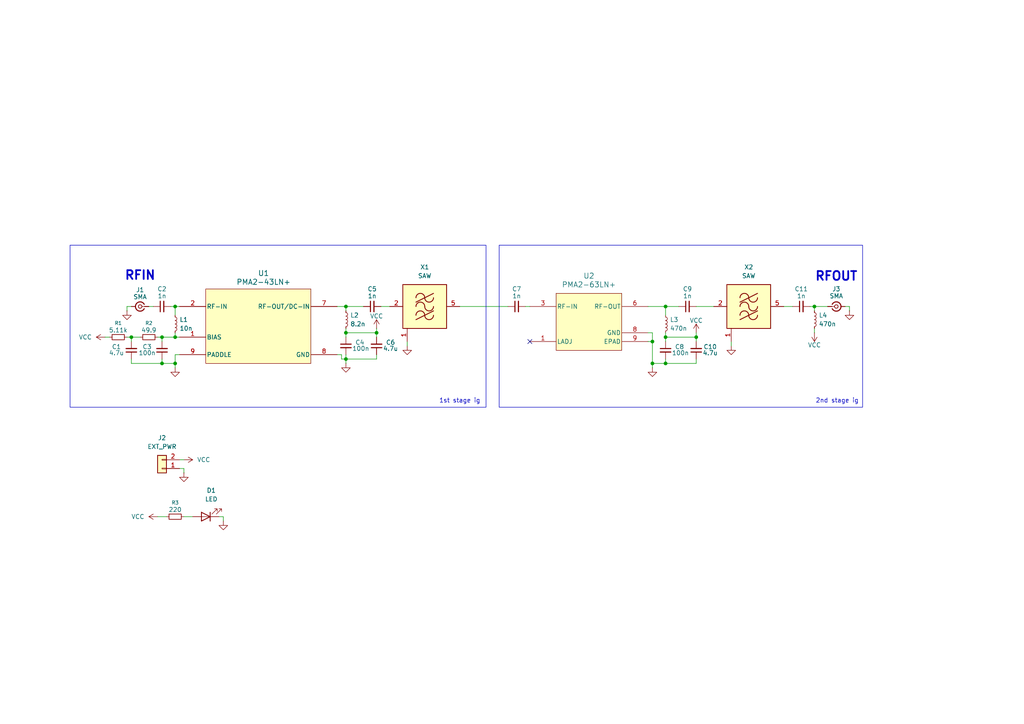
<source format=kicad_sch>
(kicad_sch (version 20250114) (generator "eeschema") (generator_version "9.0")
  (paper "A4")
  (lib_symbols
    (symbol "Connector:Conn_Coaxial_Small" (pin_numbers (hide yes)) (pin_names (offset 1.016) (hide yes))
      (property "Reference" "J" (at 0.254 3.048 0))
      (property "Value" "Conn_Coaxial_Small" (at 0 -3.81 0))
      (symbol "Conn_Coaxial_Small_0_1"
        (polyline (pts (xy -2.54 0) (xy -0.508 0)))
        (circle (center 0 0) (radius 0.508) (stroke (width 0.2032)))
      )
      (symbol "Conn_Coaxial_Small_1_1"
        (arc (start 1.3484 0.0039) (mid 0.327 -1.308) (end -1.1916 -0.6311) (stroke (width 0.3048)))
        (arc (start -1.1916 0.6311) (mid 0.327 1.3081) (end 1.3484 -0.0039) (stroke (width 0.3048)))
        (pin passive line (at -2.54 0 0) (length 1.27) (name "In") (number "1"))
        (pin passive line (at 2.54 0 180) (length 1.27) (name "Ext") (number "2"))
      )
    )
    (symbol "Connector_Generic:Conn_01x02" (pin_names (offset 1.016) (hide yes))
      (property "Reference" "J" (at 0 2.54 0))
      (property "Value" "Conn_01x02" (at 0 -5.08 0))
      (symbol "Conn_01x02_1_1"
        (rectangle (start -1.27 1.27) (end 1.27 -3.81) (stroke (width 0.254)) (fill (type background)))
        (rectangle (start -1.27 0.127) (end 0 -0.127) (stroke (width 0.1524)))
        (rectangle (start -1.27 -2.413) (end 0 -2.667) (stroke (width 0.1524)))
        (pin passive line (at -5.08 0 0) (length 3.81) (name "Pin_1") (number "1"))
        (pin passive line (at -5.08 -2.54 0) (length 3.81) (name "Pin_2") (number "2"))
      )
    )
    (symbol "Device:C_Small" (pin_numbers (hide yes)) (pin_names (offset 0.254) (hide yes))
      (property "Reference" "C" (at 0.254 1.778 0))
      (property "Value" "C_Small" (at 0.254 -2.032 0))
      (symbol "C_Small_0_1"
        (polyline (pts (xy -1.524 0.508) (xy 1.524 0.508)) (stroke (width 0.3048)))
        (polyline (pts (xy -1.524 -0.508) (xy 1.524 -0.508)) (stroke (width 0.3302)))
      )
      (symbol "C_Small_1_1"
        (pin passive line (at 0 2.54 270) (length 2.032) (name "~") (number "1"))
        (pin passive line (at 0 -2.54 90) (length 2.032) (name "~") (number "2"))
      )
    )
    (symbol "Device:LED" (pin_numbers (hide yes)) (pin_names (offset 1.016) (hide yes))
      (property "Reference" "D" (at 0 2.54 0))
      (property "Value" "LED" (at 0 -2.54 0))
      (symbol "LED_0_1"
        (polyline (pts (xy -3.048 -0.762) (xy -4.572 -2.286) (xy -3.81 -2.286) (xy -4.572 -2.286) (xy -4.572 -1.524)))
        (polyline (pts (xy -1.778 -0.762) (xy -3.302 -2.286) (xy -2.54 -2.286) (xy -3.302 -2.286) (xy -3.302 -1.524)))
        (polyline (pts (xy -1.27 0) (xy 1.27 0)))
        (polyline (pts (xy -1.27 -1.27) (xy -1.27 1.27)) (stroke (width 0.254)))
        (polyline (pts (xy 1.27 -1.27) (xy 1.27 1.27) (xy -1.27 0) (xy 1.27 -1.27)) (stroke (width 0.254)))
      )
      (symbol "LED_1_1"
        (pin passive line (at -3.81 0 0) (length 2.54) (name "K") (number "1"))
        (pin passive line (at 3.81 0 180) (length 2.54) (name "A") (number "2"))
      )
    )
    (symbol "Device:L_Small" (pin_numbers (hide yes)) (pin_names (offset 0.254) (hide yes))
      (property "Reference" "L" (at 0.762 1.016 0))
      (property "Value" "L_Small" (at 0.762 -1.016 0))
      (symbol "L_Small_0_1"
        (arc (start 0 2.032) (mid 0.5058 1.524) (end 0 1.016))
        (arc (start 0 1.016) (mid 0.5058 0.508) (end 0 0))
        (arc (start 0 0) (mid 0.5058 -0.508) (end 0 -1.016))
        (arc (start 0 -1.016) (mid 0.5058 -1.524) (end 0 -2.032))
      )
      (symbol "L_Small_1_1"
        (pin passive line (at 0 2.54 270) (length 0.508) (name "~") (number "1"))
        (pin passive line (at 0 -2.54 90) (length 0.508) (name "~") (number "2"))
      )
    )
    (symbol "Device:R_Small" (pin_numbers (hide yes)) (pin_names (offset 0.254) (hide yes))
      (property "Reference" "R" (at 0 0 90))
      (property "Value" "R_Small" (at 1.778 0 90))
      (symbol "R_Small_0_1"
        (rectangle (start -0.762 1.778) (end 0.762 -1.778) (stroke (width 0.2032)))
      )
      (symbol "R_Small_1_1"
        (pin passive line (at 0 2.54 270) (length 0.762) (name "~") (number "1"))
        (pin passive line (at 0 -2.54 90) (length 0.762) (name "~") (number "2"))
      )
    )
    (symbol "PMA2-43LN+:PMA2-43LN+" (pin_names (offset 0.254))
      (property "Reference" "U" (at 23.622 9.652 0))
      (property "Value" "PMA2-43LN+" (at 23.622 7.112 0))
      (symbol "PMA2-43LN+_0_1"
        (pin input line (at 0 0 0) (length 7.62) (name "RF-IN") (number "2"))
        (pin power_in line (at 0 -8.89 0) (length 7.62) (name "BIAS") (number "1"))
        (pin power_out line (at 0 -13.97 0) (length 7.62) (name "PADDLE") (number "9"))
        (pin bidirectional line (at 45.72 0 180) (length 7.62) (name "RF-OUT/DC-IN") (number "7"))
      )
      (symbol "PMA2-43LN+_1_1"
        (rectangle (start 7.62 5.08) (end 38.1 -16.51) (fill (type background)))
        (pin power_out line (at 45.72 -13.97 180) (length 7.62) (hide yes) (name "GND") (number "3"))
        (pin power_out line (at 45.72 -13.97 180) (length 7.62) (hide yes) (name "GND") (number "4"))
        (pin power_out line (at 45.72 -13.97 180) (length 7.62) (hide yes) (name "GND") (number "5"))
        (pin power_out line (at 45.72 -13.97 180) (length 7.62) (hide yes) (name "GND") (number "6"))
        (pin power_out line (at 45.72 -13.97 180) (length 7.62) (name "GND") (number "8"))
      )
    )
    (symbol "PMA2-63LN+:PMA2-63LN+" (pin_names (offset 0.254))
      (property "Reference" "U" (at 0 13.97 0))
      (property "Value" "PMA2-63LN+" (at 0 11.43 0))
      (symbol "PMA2-63LN+_0_1"
        (pin input line (at -16.51 5.08 0) (length 7.62) (name "RF-IN") (number "3"))
        (pin bidirectional line (at -16.51 -5.08 0) (length 7.62) (name "LADJ") (number "1"))
        (pin output line (at 17.78 5.08 180) (length 7.62) (name "RF-OUT") (number "6"))
        (pin power_out line (at 17.78 -5.08 180) (length 7.62) (name "EPAD") (number "9"))
      )
      (symbol "PMA2-63LN+_1_1"
        (rectangle (start -8.89 8.89) (end 10.16 -7.62) (fill (type background)))
        (pin power_out line (at 17.78 -2.54 180) (length 7.62) (hide yes) (name "GND") (number "2"))
        (pin power_out line (at 17.78 -2.54 180) (length 7.62) (hide yes) (name "GND") (number "4"))
        (pin power_out line (at 17.78 -2.54 180) (length 7.62) (hide yes) (name "GND") (number "5"))
        (pin power_out line (at 17.78 -2.54 180) (length 7.62) (hide yes) (name "GND") (number "7"))
        (pin power_out line (at 17.78 -2.54 180) (length 7.62) (name "GND") (number "8"))
      )
    )
    (symbol "RF_Filter:TA0970B" (pin_names (hide yes))
      (property "Reference" "X" (at -5.08 10.16 0))
      (property "Value" "TA0970B" (at -1.27 7.62 0))
      (symbol "TA0970B_1_1"
        (rectangle (start -6.35 6.35) (end 6.35 -6.35) (stroke (width 0.254)) (fill (type background)))
        (polyline (pts (xy -2.54 1.27) (xy 2.54 3.81)) (stroke (width 0.254)))
        (polyline (pts (xy -2.54 -3.81) (xy 2.54 -1.27)) (stroke (width 0.254)))
        (arc (start -2.54 2.54) (mid -1.27 3.8045) (end 0 2.54) (stroke (width 0.254)))
        (arc (start -2.54 0) (mid -1.27 1.2645) (end 0 0) (stroke (width 0.254)))
        (arc (start -2.54 -2.54) (mid -1.27 -1.2755) (end 0 -2.54) (stroke (width 0.254)))
        (arc (start 2.54 2.54) (mid 1.27 1.2755) (end 0 2.54) (stroke (width 0.254)))
        (arc (start 2.54 0) (mid 1.27 -1.2645) (end 0 0) (stroke (width 0.254)))
        (arc (start 2.54 -2.54) (mid 1.27 -3.8045) (end 0 -2.54) (stroke (width 0.254)))
        (pin input line (at -10.16 0 0) (length 3.81) (name "IN") (number "2"))
        (pin power_in line (at -5.08 -10.16 90) (length 3.81) (name "GND") (number "1"))
        (pin passive line (at -5.08 -10.16 90) (length 3.81) (hide yes) (name "GND") (number "3"))
        (pin passive line (at -5.08 -10.16 90) (length 3.81) (hide yes) (name "GND") (number "4"))
        (pin passive line (at -5.08 -10.16 90) (length 3.81) (hide yes) (name "GND") (number "6"))
        (pin output line (at 10.16 0 180) (length 3.81) (name "OUT") (number "5"))
      )
    )
    (symbol "power:GND" (power) (pin_numbers (hide yes)) (pin_names (offset 0) (hide yes))
      (property "Value" "GND" (at 0 -3.81 0))
      (symbol "GND_0_1"
        (polyline (pts (xy 0 0) (xy 0 -1.27) (xy 1.27 -1.27) (xy 0 -2.54) (xy -1.27 -1.27) (xy 0 -1.27)))
      )
      (symbol "GND_1_1"
        (pin power_in line (at 0 0 270) (length 0) (name "~") (number "1"))
      )
    )
    (symbol "power:VCC" (power) (pin_numbers (hide yes)) (pin_names (offset 0) (hide yes))
      (property "Value" "VCC" (at 0 3.556 0))
      (symbol "VCC_0_1"
        (polyline (pts (xy -0.762 1.27) (xy 0 2.54)))
        (polyline (pts (xy 0 2.54) (xy 0.762 1.27)))
        (polyline (pts (xy 0 0) (xy 0 2.54)))
      )
      (symbol "VCC_1_1"
        (pin power_in line (at 0 0 90) (length 0) (name "~") (number "1"))
      )
    )
  )
  (rectangle (start 20.32 71.12) (end 140.97 118.11))
  (rectangle (start 144.78 71.12) (end 250.19 118.11))
  (text "RFOUT" (at 242.57 80.264 0) (effects (font (size 2.54 2.54) (thickness 0.508) (bold yes))))
  (text "1st stage ig\n" (at 133.35 116.332 0) (effects (font (size 1.27 1.27))))
  (text "RFIN" (at 40.64 80.01 0) (effects (font (size 2.54 2.54) (thickness 0.508) (bold yes))))
  (text "2nd stage ig\n" (at 242.824 116.332 0) (effects (font (size 1.27 1.27))))
  (junction (at 109.22 96.52))
  (junction (at 193.04 97.79))
  (junction (at 50.8 88.9))
  (junction (at 189.23 105.41))
  (junction (at 201.93 97.79))
  (junction (at 100.33 88.9))
  (junction (at 46.99 105.41))
  (junction (at 193.04 88.9))
  (junction (at 189.23 99.06))
  (junction (at 193.04 105.41))
  (junction (at 100.33 104.14))
  (junction (at 46.99 97.79))
  (junction (at 38.1 97.79))
  (junction (at 50.8 105.41))
  (junction (at 100.33 96.52))
  (junction (at 50.8 97.79))
  (junction (at 236.22 88.9))
  (no_connect (at 153.67 99.06))
  (wire (pts (xy 52.07 133.35) (xy 53.34 133.35)))
  (wire (pts (xy 38.1 104.14) (xy 38.1 105.41)))
  (wire (pts (xy 52.07 97.79) (xy 50.8 97.79)))
  (wire (pts (xy 49.53 88.9) (xy 50.8 88.9)))
  (wire (pts (xy 193.04 97.79) (xy 193.04 99.06)))
  (wire (pts (xy 100.33 96.52) (xy 100.33 97.79)))
  (wire (pts (xy 193.04 97.79) (xy 193.04 96.52)))
  (wire (pts (xy 45.72 149.86) (xy 48.26 149.86)))
  (wire (pts (xy 50.8 106.68) (xy 50.8 105.41)))
  (wire (pts (xy 236.22 88.9) (xy 240.03 88.9)))
  (wire (pts (xy 236.22 90.17) (xy 236.22 88.9)))
  (wire (pts (xy 30.48 97.79) (xy 31.75 97.79)))
  (wire (pts (xy 100.33 102.87) (xy 100.33 104.14)))
  (wire (pts (xy 110.49 88.9) (xy 113.03 88.9)))
  (wire (pts (xy 38.1 97.79) (xy 40.64 97.79)))
  (wire (pts (xy 227.33 88.9) (xy 229.87 88.9)))
  (wire (pts (xy 246.38 90.17) (xy 246.38 88.9)))
  (wire (pts (xy 133.35 88.9) (xy 147.32 88.9)))
  (wire (pts (xy 246.38 88.9) (xy 245.11 88.9)))
  (wire (pts (xy 46.99 105.41) (xy 50.8 105.41)))
  (wire (pts (xy 118.11 99.06) (xy 118.11 100.33)))
  (wire (pts (xy 99.06 104.14) (xy 99.06 102.87)))
  (wire (pts (xy 50.8 88.9) (xy 52.07 88.9)))
  (wire (pts (xy 46.99 97.79) (xy 46.99 99.06)))
  (wire (pts (xy 50.8 102.87) (xy 50.8 105.41)))
  (wire (pts (xy 100.33 90.17) (xy 100.33 88.9)))
  (wire (pts (xy 109.22 96.52) (xy 100.33 96.52)))
  (wire (pts (xy 193.04 88.9) (xy 196.85 88.9)))
  (wire (pts (xy 109.22 102.87) (xy 109.22 104.14)))
  (wire (pts (xy 50.8 97.79) (xy 50.8 96.52)))
  (wire (pts (xy 97.79 88.9) (xy 100.33 88.9)))
  (wire (pts (xy 53.34 135.89) (xy 52.07 135.89)))
  (wire (pts (xy 64.77 149.86) (xy 63.5 149.86)))
  (wire (pts (xy 193.04 91.44) (xy 193.04 88.9)))
  (wire (pts (xy 189.23 105.41) (xy 189.23 99.06)))
  (wire (pts (xy 212.09 99.06) (xy 212.09 100.33)))
  (wire (pts (xy 189.23 96.52) (xy 187.96 96.52)))
  (wire (pts (xy 189.23 105.41) (xy 193.04 105.41)))
  (wire (pts (xy 193.04 104.14) (xy 193.04 105.41)))
  (wire (pts (xy 45.72 97.79) (xy 46.99 97.79)))
  (wire (pts (xy 100.33 95.25) (xy 100.33 96.52)))
  (wire (pts (xy 109.22 97.79) (xy 109.22 96.52)))
  (wire (pts (xy 152.4 88.9) (xy 153.67 88.9)))
  (wire (pts (xy 201.93 105.41) (xy 193.04 105.41)))
  (wire (pts (xy 36.83 88.9) (xy 38.1 88.9)))
  (wire (pts (xy 109.22 104.14) (xy 100.33 104.14)))
  (wire (pts (xy 36.83 97.79) (xy 38.1 97.79)))
  (wire (pts (xy 201.93 99.06) (xy 201.93 97.79)))
  (wire (pts (xy 100.33 88.9) (xy 105.41 88.9)))
  (wire (pts (xy 38.1 105.41) (xy 46.99 105.41)))
  (wire (pts (xy 201.93 96.52) (xy 201.93 97.79)))
  (wire (pts (xy 236.22 95.25) (xy 236.22 96.52)))
  (wire (pts (xy 53.34 149.86) (xy 55.88 149.86)))
  (wire (pts (xy 43.18 88.9) (xy 44.45 88.9)))
  (wire (pts (xy 109.22 95.25) (xy 109.22 96.52)))
  (wire (pts (xy 38.1 99.06) (xy 38.1 97.79)))
  (wire (pts (xy 236.22 88.9) (xy 234.95 88.9)))
  (wire (pts (xy 50.8 88.9) (xy 50.8 91.44)))
  (wire (pts (xy 189.23 106.68) (xy 189.23 105.41)))
  (wire (pts (xy 100.33 104.14) (xy 99.06 104.14)))
  (wire (pts (xy 36.83 90.17) (xy 36.83 88.9)))
  (wire (pts (xy 64.77 151.13) (xy 64.77 149.86)))
  (wire (pts (xy 53.34 137.16) (xy 53.34 135.89)))
  (wire (pts (xy 50.8 102.87) (xy 52.07 102.87)))
  (wire (pts (xy 187.96 88.9) (xy 193.04 88.9)))
  (wire (pts (xy 99.06 102.87) (xy 97.79 102.87)))
  (wire (pts (xy 201.93 88.9) (xy 207.01 88.9)))
  (wire (pts (xy 189.23 99.06) (xy 189.23 96.52)))
  (wire (pts (xy 201.93 104.14) (xy 201.93 105.41)))
  (wire (pts (xy 100.33 105.41) (xy 100.33 104.14)))
  (wire (pts (xy 46.99 105.41) (xy 46.99 104.14)))
  (wire (pts (xy 201.93 97.79) (xy 193.04 97.79)))
  (wire (pts (xy 46.99 97.79) (xy 50.8 97.79)))
  (wire (pts (xy 187.96 99.06) (xy 189.23 99.06)))
  (symbol (lib_id "Connector_Generic:Conn_01x02") (at 46.99 135.89 180) (unit 1)
    (property "Reference" "J2" (at 46.99 127 0))
    (property "Value" "EXT_PWR" (at 46.99 129.54 0))
    (property "Footprint" "Connector_PinHeader_2.54mm:PinHeader_1x02_P2.54mm_Vertical" (effects (hide yes)))
    (property "Description" "Generic connector, single row, 01x02, script generated (kicad-library-utils/schlib/autogen/connector/)" (effects (hide yes)))
  )
  (symbol (lib_id "Device:C_Small") (at 193.04 101.6 0) (unit 1)
    (property "Reference" "C8" (at 197.104 100.584 0))
    (property "Value" "100n" (at 197.358 102.362 0))
    (property "Footprint" "Capacitor_SMD:C_0603_1608Metric_Pad1.08x0.95mm_HandSolder" (effects (hide yes)))
    (property "Description" "Unpolarized capacitor, small symbol" (effects (hide yes)))
  )
  (symbol (lib_id "power:GND") (at 246.38 90.17 0) (unit 1)
    (property "Reference" "#PWR013" (effects (hide yes)))
    (property "Value" "GND" (effects (hide yes)))
    (property "Description" "Power symbol creates a global label with name \"GND\" , ground" (effects (hide yes)))
  )
  (symbol (lib_id "Device:C_Small") (at 109.22 100.33 180) (unit 1)
    (property "Reference" "C6" (at 113.284 99.314 0))
    (property "Value" "4.7u" (at 113.284 101.092 0))
    (property "Footprint" "Capacitor_SMD:C_0603_1608Metric_Pad1.08x0.95mm_HandSolder" (effects (hide yes)))
    (property "Description" "Unpolarized capacitor, small symbol" (effects (hide yes)))
  )
  (symbol (lib_id "power:GND") (at 118.11 100.33 0) (unit 1)
    (property "Reference" "#PWR08" (effects (hide yes)))
    (property "Value" "GND" (effects (hide yes)))
    (property "Description" "Power symbol creates a global label with name \"GND\" , ground" (effects (hide yes)))
  )
  (symbol (lib_id "power:GND") (at 100.33 105.41 0) (unit 1)
    (property "Reference" "#PWR06" (effects (hide yes)))
    (property "Value" "GND" (effects (hide yes)))
    (property "Description" "Power symbol creates a global label with name \"GND\" , ground" (effects (hide yes)))
  )
  (symbol (lib_id "power:GND") (at 50.8 106.68 0) (unit 1)
    (property "Reference" "#PWR03" (effects (hide yes)))
    (property "Value" "GND" (effects (hide yes)))
    (property "Description" "Power symbol creates a global label with name \"GND\" , ground" (effects (hide yes)))
  )
  (symbol (lib_id "Device:C_Small") (at 38.1 101.6 180) (unit 1)
    (property "Reference" "C1" (at 33.782 100.584 0))
    (property "Value" "4.7u" (at 33.782 102.362 0))
    (property "Footprint" "Capacitor_SMD:C_0603_1608Metric_Pad1.08x0.95mm_HandSolder" (effects (hide yes)))
    (property "Description" "Unpolarized capacitor, small symbol" (effects (hide yes)))
  )
  (symbol (lib_id "Device:L_Small") (at 50.8 93.98 0) (unit 1)
    (property "Reference" "L1" (at 52.07 92.7099 0) (effects (justify left)))
    (property "Value" "10n" (at 52.07 95.2499 0) (effects (justify left)))
    (property "Footprint" "Inductor_SMD:L_0603_1608Metric_Pad1.05x0.95mm_HandSolder" (effects (hide yes)))
    (property "Description" "Inductor, small symbol" (effects (hide yes)))
  )
  (symbol (lib_id "power:GND") (at 36.83 90.17 0) (unit 1)
    (property "Reference" "#PWR02" (effects (hide yes)))
    (property "Value" "GND" (effects (hide yes)))
    (property "Description" "Power symbol creates a global label with name \"GND\" , ground" (effects (hide yes)))
  )
  (symbol (lib_id "power:VCC") (at 236.22 96.52 180) (unit 1)
    (property "Reference" "#PWR012" (effects (hide yes)))
    (property "Value" "VCC" (at 236.22 100.076 0))
    (property "Description" "Power symbol creates a global label with name \"VCC\"" (effects (hide yes)))
  )
  (symbol (lib_id "power:GND") (at 53.34 137.16 0) (unit 1)
    (property "Reference" "#PWR05" (effects (hide yes)))
    (property "Value" "GND" (effects (hide yes)))
    (property "Description" "Power symbol creates a global label with name \"GND\" , ground" (effects (hide yes)))
  )
  (symbol (lib_id "power:GND") (at 212.09 100.33 0) (unit 1)
    (property "Reference" "#PWR011" (effects (hide yes)))
    (property "Value" "GND" (effects (hide yes)))
    (property "Description" "Power symbol creates a global label with name \"GND\" , ground" (effects (hide yes)))
  )
  (symbol (lib_id "RF_Filter:TA0970B") (at 217.17 88.9 0) (unit 1)
    (property "Reference" "X2" (at 217.17 77.47 0))
    (property "Value" "SAW" (at 217.17 80.01 0))
    (property "Footprint" "Filter:Filter_SAW-6_3.8x3.8mm" (effects (hide yes)))
    (property "Datasheet" "https://www.golledge.com/media/3785/mp08167.pdf" (effects (hide yes)))
    (property "Description" "Bandpass Filter, 1090MHz, SAW filter 6-pin" (effects (hide yes)))
  )
  (symbol (lib_id "Device:R_Small") (at 50.8 149.86 90) (unit 1)
    (property "Reference" "R3" (at 50.8 145.796 90) (effects (font (size 1.016 1.016))))
    (property "Value" "220" (at 50.8 147.828 90))
    (property "Footprint" "Resistor_SMD:R_0603_1608Metric_Pad0.98x0.95mm_HandSolder" (effects (hide yes)))
    (property "Description" "Resistor, small symbol" (effects (hide yes)))
  )
  (symbol (lib_id "Device:C_Small") (at 232.41 88.9 90) (unit 1)
    (property "Reference" "C11" (at 232.41 83.82 90))
    (property "Value" "1n" (at 232.41 85.852 90))
    (property "Footprint" "Capacitor_SMD:C_0603_1608Metric_Pad1.08x0.95mm_HandSolder" (effects (hide yes)))
    (property "Description" "Unpolarized capacitor, small symbol" (effects (hide yes)))
  )
  (symbol (lib_id "power:GND") (at 189.23 106.68 0) (unit 1)
    (property "Reference" "#PWR09" (effects (hide yes)))
    (property "Value" "GND" (effects (hide yes)))
    (property "Description" "Power symbol creates a global label with name \"GND\" , ground" (effects (hide yes)))
  )
  (symbol (lib_id "Device:L_Small") (at 100.33 92.71 0) (unit 1)
    (property "Reference" "L2" (at 101.6 91.4399 0) (effects (justify left)))
    (property "Value" "8.2n" (at 101.6 93.9799 0) (effects (justify left)))
    (property "Footprint" "Inductor_SMD:L_0603_1608Metric_Pad1.05x0.95mm_HandSolder" (effects (hide yes)))
    (property "Description" "Inductor, small symbol" (effects (hide yes)))
  )
  (symbol (lib_id "Device:R_Small") (at 43.18 97.79 90) (unit 1)
    (property "Reference" "R2" (at 43.18 93.726 90) (effects (font (size 1.016 1.016))))
    (property "Value" "49.9" (at 43.18 95.758 90))
    (property "Footprint" "Resistor_SMD:R_0603_1608Metric_Pad0.98x0.95mm_HandSolder" (effects (hide yes)))
    (property "Description" "Resistor, small symbol" (effects (hide yes)))
  )
  (symbol (lib_id "power:VCC") (at 30.48 97.79 90) (unit 1)
    (property "Reference" "#PWR01" (effects (hide yes)))
    (property "Value" "VCC" (at 26.67 97.7899 90) (effects (justify left)))
    (property "Description" "Power symbol creates a global label with name \"VCC\"" (effects (hide yes)))
  )
  (symbol (lib_id "power:GND") (at 64.77 151.13 0) (unit 1)
    (property "Reference" "#PWR014" (effects (hide yes)))
    (property "Value" "GND" (effects (hide yes)))
    (property "Description" "Power symbol creates a global label with name \"GND\" , ground" (effects (hide yes)))
  )
  (symbol (lib_id "power:VCC") (at 53.34 133.35 270) (unit 1)
    (property "Reference" "#PWR04" (effects (hide yes)))
    (property "Value" "VCC" (at 57.15 133.3499 90) (effects (justify left)))
    (property "Description" "Power symbol creates a global label with name \"VCC\"" (effects (hide yes)))
  )
  (symbol (lib_id "Connector:Conn_Coaxial_Small") (at 242.57 88.9 0) (unit 1)
    (property "Reference" "J3" (at 242.57 83.82 0))
    (property "Value" "SMA" (at 242.57 85.852 0))
    (property "Footprint" "Connector_Coaxial:SMA_Samtec_SMA-J-P-H-ST-EM1_EdgeMount" (effects (hide yes)))
    (property "Description" "small coaxial connector (BNC, SMA, SMB, SMC, Cinch/RCA, LEMO, ...)" (effects (hide yes)))
  )
  (symbol (lib_id "RF_Filter:TA0970B") (at 123.19 88.9 0) (unit 1)
    (property "Reference" "X1" (at 123.19 77.47 0))
    (property "Value" "SAW" (at 123.19 80.01 0))
    (property "Footprint" "Filter:Filter_SAW-6_3.8x3.8mm" (effects (hide yes)))
    (property "Datasheet" "https://www.golledge.com/media/3785/mp08167.pdf" (effects (hide yes)))
    (property "Description" "Bandpass Filter, 1090MHz, SAW filter 6-pin" (effects (hide yes)))
  )
  (symbol (lib_id "Device:C_Small") (at 199.39 88.9 90) (unit 1)
    (property "Reference" "C9" (at 199.39 83.82 90))
    (property "Value" "1n" (at 199.39 85.852 90))
    (property "Footprint" "Capacitor_SMD:C_0603_1608Metric_Pad1.08x0.95mm_HandSolder" (effects (hide yes)))
    (property "Description" "Unpolarized capacitor, small symbol" (effects (hide yes)))
  )
  (symbol (lib_id "Device:L_Small") (at 193.04 93.98 0) (unit 1)
    (property "Reference" "L3" (at 194.31 92.7099 0) (effects (justify left)))
    (property "Value" "470n" (at 194.31 95.2499 0) (effects (justify left)))
    (property "Footprint" "Inductor_SMD:L_0603_1608Metric_Pad1.05x0.95mm_HandSolder" (effects (hide yes)))
    (property "Description" "Inductor, small symbol" (effects (hide yes)))
  )
  (symbol (lib_id "power:VCC") (at 45.72 149.86 90) (unit 1)
    (property "Reference" "#PWR015" (effects (hide yes)))
    (property "Value" "VCC" (at 41.91 149.8599 90) (effects (justify left)))
    (property "Description" "Power symbol creates a global label with name \"VCC\"" (effects (hide yes)))
  )
  (symbol (lib_id "PMA2-43LN+:PMA2-43LN+") (at 52.07 88.9 0) (unit 1)
    (property "Reference" "U1" (at 76.454 79.248 0) (effects (font (size 1.524 1.524))))
    (property "Value" "PMA2-43LN+" (at 76.454 81.788 0) (effects (font (size 1.524 1.524))))
    (property "Footprint" "SON_MC1631-1_MNC" (effects (hide yes)))
    (property "Datasheet" "PMA2-43LN+" (effects (hide yes)))
  )
  (symbol (lib_id "Device:C_Small") (at 46.99 88.9 90) (unit 1)
    (property "Reference" "C2" (at 46.99 83.82 90))
    (property "Value" "1n" (at 46.99 85.852 90))
    (property "Footprint" "Capacitor_SMD:C_0603_1608Metric_Pad1.08x0.95mm_HandSolder" (effects (hide yes)))
    (property "Description" "Unpolarized capacitor, small symbol" (effects (hide yes)))
  )
  (symbol (lib_id "Device:C_Small") (at 201.93 101.6 180) (unit 1)
    (property "Reference" "C10" (at 205.994 100.584 0))
    (property "Value" "4.7u" (at 205.994 102.362 0))
    (property "Footprint" "Capacitor_SMD:C_0603_1608Metric_Pad1.08x0.95mm_HandSolder" (effects (hide yes)))
    (property "Description" "Unpolarized capacitor, small symbol" (effects (hide yes)))
  )
  (symbol (lib_id "Device:R_Small") (at 34.29 97.79 90) (unit 1)
    (property "Reference" "R1" (at 34.29 93.726 90) (effects (font (size 1.016 1.016))))
    (property "Value" "5.11k" (at 34.29 95.758 90))
    (property "Footprint" "Resistor_SMD:R_0603_1608Metric_Pad0.98x0.95mm_HandSolder" (effects (hide yes)))
    (property "Description" "Resistor, small symbol" (effects (hide yes)))
  )
  (symbol (lib_id "PMA2-63LN+:PMA2-63LN+") (at 170.18 93.98 0) (unit 1)
    (property "Reference" "U2" (at 170.815 80.01 0) (effects (font (size 1.524 1.524))))
    (property "Value" "PMA2-63LN+" (at 170.815 82.55 0) (effects (font (size 1.524 1.524))))
    (property "Footprint" "PMA2-63LN+:SON8_PMA2_MNC" (effects (hide yes)))
    (property "Datasheet" "PMA2-63LN+" (effects (hide yes)))
  )
  (symbol (lib_id "Device:L_Small") (at 236.22 92.71 0) (unit 1)
    (property "Reference" "L4" (at 237.49 91.4399 0) (effects (justify left)))
    (property "Value" "470n" (at 237.49 93.9799 0) (effects (justify left)))
    (property "Footprint" "Inductor_SMD:L_0603_1608Metric_Pad1.05x0.95mm_HandSolder" (effects (hide yes)))
    (property "Description" "Inductor, small symbol" (effects (hide yes)))
  )
  (symbol (lib_id "Connector:Conn_Coaxial_Small") (at 40.64 88.9 180) (unit 1)
    (property "Reference" "J1" (at 40.64 84.074 0))
    (property "Value" "SMA" (at 40.64 86.106 0))
    (property "Footprint" "Connector_Coaxial:SMA_Samtec_SMA-J-P-H-ST-EM1_EdgeMount" (effects (hide yes)))
    (property "Description" "small coaxial connector (BNC, SMA, SMB, SMC, Cinch/RCA, LEMO, ...)" (effects (hide yes)))
  )
  (symbol (lib_id "power:VCC") (at 109.22 95.25 0) (unit 1)
    (property "Reference" "#PWR07" (effects (hide yes)))
    (property "Value" "VCC" (at 109.22 91.694 0))
    (property "Description" "Power symbol creates a global label with name \"VCC\"" (effects (hide yes)))
  )
  (symbol (lib_id "Device:C_Small") (at 149.86 88.9 90) (unit 1)
    (property "Reference" "C7" (at 149.86 83.82 90))
    (property "Value" "1n" (at 149.86 85.852 90))
    (property "Footprint" "Capacitor_SMD:C_0603_1608Metric_Pad1.08x0.95mm_HandSolder" (effects (hide yes)))
    (property "Description" "Unpolarized capacitor, small symbol" (effects (hide yes)))
  )
  (symbol (lib_id "power:VCC") (at 201.93 96.52 0) (unit 1)
    (property "Reference" "#PWR010" (effects (hide yes)))
    (property "Value" "VCC" (at 201.93 92.964 0))
    (property "Description" "Power symbol creates a global label with name \"VCC\"" (effects (hide yes)))
  )
  (symbol (lib_id "Device:C_Small") (at 100.33 100.33 0) (unit 1)
    (property "Reference" "C4" (at 104.394 99.314 0))
    (property "Value" "100n" (at 104.648 101.092 0))
    (property "Footprint" "Capacitor_SMD:C_0603_1608Metric_Pad1.08x0.95mm_HandSolder" (effects (hide yes)))
    (property "Description" "Unpolarized capacitor, small symbol" (effects (hide yes)))
  )
  (symbol (lib_id "Device:LED") (at 59.69 149.86 180) (unit 1)
    (property "Reference" "D1" (at 61.2775 142.24 0))
    (property "Value" "LED" (at 61.2775 144.78 0))
    (property "Footprint" "LED_THT:LED_D5.0mm_Clear" (effects (hide yes)))
    (property "Description" "Light emitting diode" (effects (hide yes)))
    (property "Sim.Pins" "1=K 2=A" (effects (hide yes)))
  )
  (symbol (lib_id "Device:C_Small") (at 46.99 101.6 180) (unit 1)
    (property "Reference" "C3" (at 42.672 100.584 0))
    (property "Value" "100n" (at 42.672 102.362 0))
    (property "Footprint" "Capacitor_SMD:C_0603_1608Metric_Pad1.08x0.95mm_HandSolder" (effects (hide yes)))
    (property "Description" "Unpolarized capacitor, small symbol" (effects (hide yes)))
  )
  (symbol (lib_id "Device:C_Small") (at 107.95 88.9 90) (unit 1)
    (property "Reference" "C5" (at 107.95 83.82 90))
    (property "Value" "1n" (at 107.95 85.852 90))
    (property "Footprint" "Capacitor_SMD:C_0603_1608Metric_Pad1.08x0.95mm_HandSolder" (effects (hide yes)))
    (property "Description" "Unpolarized capacitor, small symbol" (effects (hide yes)))
  )
)
</source>
